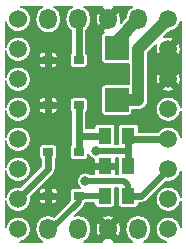
<source format=gbl>
G04 Layer: BottomLayer*
G04 EasyEDA Pro v1.9.29, 2023-03-16 20:55:29*
G04 Gerber Generator version 0.3*
G04 Scale: 100 percent, Rotated: No, Reflected: No*
G04 Dimensions in millimeters*
G04 Leading zeros omitted, absolute positions, 3 integers and 3 decimals*
%FSLAX33Y33*%
%MOMM*%
%AMOval*1,1,$1,$2,$3*1,1,$1,$4,$5*20,1,$1,$2,$3,$4,$5,0*%
%ADD999C,0.2032*%
%ADD10C,0.599999*%
%ADD11C,0.700001*%
%ADD12R,1.132535X1.37701*%
%ADD13R,0.899998X0.699999*%
%ADD14C,1.5*%
%ADD15C,1.524*%
%ADD16Oval,1.5023X0.0X-0.125X0.0X0.125*%
%ADD17Oval,1.5X0.0X-0.125X0.0X0.125*%
%ADD18R,1.999996X1.999996*%
%ADD19C,0.799998*%
%ADD20C,0.899998*%
%ADD21C,0.499999*%
%ADD22C,0.600001*%
%ADD23C,1.000001*%
G75*


G04 Copper Start*
G36*
G01X1439Y204D02*
G03X2349Y1270I-169J1066D01*
G03X1270Y2349I-1079J0D01*
G03X204Y1439I0J-1079D01*
G01Y3641D01*
G03X1270Y2731I1066J169D01*
G03X2349Y3810I0J1079D01*
G03X2335Y3985I-1079J0D01*
G01X4245Y5895D01*
G03X4429Y6340I-445J445D01*
G01Y7174D01*
G03X4579Y7450I-179J276D01*
G01Y8150D01*
G03X4250Y8479I-329J0D01*
G01X3350D01*
G03X3021Y8150I0J-329D01*
G01Y7450D01*
G03X3171Y7174I329J0D01*
G01Y6601D01*
G01X1445Y4875D01*
G03X1270Y4889I-175J-1065D01*
G03X204Y3979I0J-1079D01*
G01Y6181D01*
G03X1270Y5271I1066J169D01*
G03X2349Y6350I0J1079D01*
G03X1270Y7429I-1079J0D01*
G03X204Y6519I0J-1079D01*
G01Y8721D01*
G03X1270Y7811I1066J169D01*
G03X2349Y8890I0J1079D01*
G03X1270Y9969I-1079J0D01*
G03X204Y9059I0J-1079D01*
G01Y11261D01*
G03X1270Y10351I1066J169D01*
G03X2349Y11430I0J1079D01*
G03X1270Y12509I-1079J0D01*
G03X204Y11599I0J-1079D01*
G01Y13801D01*
G03X1270Y12891I1066J169D01*
G03X2349Y13970I0J1079D01*
G03X1270Y15049I-1079J0D01*
G03X204Y14139I0J-1079D01*
G01Y16341D01*
G03X1270Y15431I1066J169D01*
G03X2349Y16510I0J1079D01*
G03X1270Y17589I-1079J0D01*
G03X204Y16679I0J-1079D01*
G01Y18816D01*
G03X1270Y17959I1066J234D01*
G03X2361Y19050I0J1091D01*
G03X1504Y20116I-1091J0D01*
G01X3281D01*
G03X2731Y19175I529J-941D01*
G01Y18925D01*
G03X3810Y17846I1079J0D01*
G03X4889Y18925I0J1079D01*
G01Y19175D01*
G03X4339Y20116I-1079J0D01*
G01X5821D01*
G03X5271Y19175I529J-941D01*
G01Y18925D01*
G03X5771Y18014I1079J0D01*
G01Y16226D01*
G03X5621Y15950I179J-276D01*
G01Y15250D01*
G03X5950Y14921I329J0D01*
G01X6850D01*
G03X7179Y15250I0J329D01*
G01Y15950D01*
G03X7029Y16226I-329J0D01*
G01Y18086D01*
G03X7429Y18925I-679J839D01*
G01Y19175D01*
G03X6879Y20116I-1079J0D01*
G01X8393D01*
G03X7826Y19175I497J-941D01*
G01Y18925D01*
G03X8534Y17922I1064J0D01*
G03X8271Y17600I66J-322D01*
G01Y15600D01*
G03X8600Y15271I329J0D01*
G01X10600D01*
G01X10621D01*
G01Y13529D01*
G01X10600D01*
G01X8600D01*
G03X8271Y13200I0J-329D01*
G01Y11200D01*
G03X8600Y10871I329J0D01*
G01X10600D01*
G03X10929Y11200I0J329D01*
G01Y11371D01*
G01X11435D01*
G01X11450D01*
G03X12279Y12200I0J829D01*
G01Y16187D01*
G01X12972Y16879D01*
G03X12906Y16510I998J-369D01*
G03X13970Y15446I1064J0D01*
G03X15034Y16510I0J1064D01*
G03X13970Y17574I-1064J0D01*
G03X13601Y17508I0J-1064D01*
G01X14068Y17975D01*
G03X15036Y18881I-98J1075D01*
G01Y11599D01*
G03X13970Y12509I-1066J-169D01*
G03X12891Y11430I0J-1079D01*
G03X13970Y10351I1079J0D01*
G03X15036Y11261I0J1079D01*
G01Y9059D01*
G03X13970Y9969I-1066J-169D01*
G03X13093Y9519I0J-1079D01*
G01X11495D01*
G01Y9889D01*
G03X11166Y10218I-329J0D01*
G01X10034D01*
G03X9705Y9889I0J-329D01*
G01Y8511D01*
G01Y8489D01*
G01X9495D01*
G01Y8511D01*
G01Y9889D01*
G03X9166Y10218I-329J0D01*
G01X8034D01*
G03X7705Y9889I0J-329D01*
G01Y9829D01*
G01X7029D01*
G01Y11141D01*
G03X7179Y11417I-179J276D01*
G01Y12117D01*
G03X6850Y12446I-329J0D01*
G01X5950D01*
G03X5621Y12117I0J-329D01*
G01Y11417D01*
G03X5771Y11141I329J0D01*
G01Y9203D01*
G01Y8426D01*
G03X5621Y8150I179J-276D01*
G01Y7450D01*
G03X5950Y7121I329J0D01*
G01X6850D01*
G03X7179Y7450I0J329D01*
G01Y7624D01*
G03X7680Y7201I671J286D01*
G01Y5961D01*
G01Y5949D01*
G01X7393D01*
G03X6950Y6099I-443J-579D01*
G03X6221Y5370I0J-729D01*
G03X6523Y4779I729J0D01*
G01X5950D01*
G03X5621Y4450I0J-329D01*
G01Y3750D01*
G03X5635Y3654I329J0D01*
G01X4325Y2344D01*
G03X3810Y2474I-515J-949D01*
G03X2731Y1395I0J-1079D01*
G01Y1145D01*
G03X3281Y204I1079J0D01*
G01X1439D01*
G37*
%LPC*%
G36*
G01X12906Y13970D02*
G03X13970Y12906I1064J0D01*
G03X15034Y13970I0J1064D01*
G03X13970Y15034I-1064J0D01*
G03X12906Y13970I0J-1064D01*
G37*
G36*
G01X2996Y15250D02*
G03X3350Y14896I354J0D01*
G01X4250D01*
G03X4604Y15250I0J354D01*
G01Y15950D01*
G03X4250Y16304I-354J0D01*
G01X3350D01*
G03X2996Y15950I0J-354D01*
G01Y15250D01*
G37*
G36*
G01X4250Y3396D02*
G03X4604Y3750I0J354D01*
G01Y4450D01*
G03X4250Y4804I-354J0D01*
G01X3350D01*
G03X2996Y4450I0J-354D01*
G01Y3750D01*
G03X3350Y3396I354J0D01*
G01X4250D01*
G37*
G36*
G01X2996Y11417D02*
G03X3350Y11063I354J0D01*
G01X4250D01*
G03X4604Y11417I0J354D01*
G01Y12117D01*
G03X4250Y12471I-354J0D01*
G01X3350D01*
G03X2996Y12117I0J-354D01*
G01Y11417D01*
G37*
%LPD*%
G36*
G01X6879Y204D02*
G03X7429Y1145I-529J941D01*
G01Y1395D01*
G03X6350Y2474I-1079J0D01*
G03X6051Y2432I0J-1079D01*
G01X6809Y3190D01*
G03X6956Y3438I-410J410D01*
G03X7086Y3521I-106J312D01*
G01X7705D01*
G01Y3411D01*
G03X8034Y3082I329J0D01*
G01X9166D01*
G03X9495Y3411I0J329D01*
G01Y4789D01*
G01Y4791D01*
G01X9705D01*
G01Y4789D01*
G01Y3411D01*
G03X10034Y3082I329J0D01*
G01X11166D01*
G03X11495Y3411I0J329D01*
G01Y3471D01*
G01X11700D01*
G03X12145Y3655I0J629D01*
G01X13778Y5288D01*
G03X13970Y5271I192J1062D01*
G03X15036Y6181I0J1079D01*
G01Y3979D01*
G03X13970Y4889I-1066J-169D01*
G03X12891Y3810I0J-1079D01*
G03X13970Y2731I1079J0D01*
G03X15036Y3641I0J1079D01*
G01Y1439D01*
G03X13970Y2349I-1066J-169D01*
G03X12891Y1270I0J-1079D01*
G03X13801Y204I1079J0D01*
G01X11959D01*
G03X12509Y1145I-529J941D01*
G01Y1395D01*
G03X11430Y2474I-1079J0D01*
G03X10351Y1395I0J-1079D01*
G01Y1145D01*
G03X10901Y204I1079J0D01*
G01X9387D01*
G03X9954Y1145I-497J941D01*
G01Y1395D01*
G03X8890Y2459I-1064J0D01*
G03X7826Y1395I0J-1064D01*
G01Y1145D01*
G03X8393Y204I1064J0D01*
G01X6879D01*
G37*
G36*
G01X9936Y18728D02*
G03X9954Y18925I-1046J197D01*
G01Y19175D01*
G03X9387Y20116I-1064J0D01*
G01X10901D01*
G03X10351Y19175I529J-941D01*
G01Y19143D01*
G01X9936Y18728D01*
G37*
G36*
G01X9705Y5961D02*
G01X9705Y5949D01*
G01X9520D01*
G01Y5961D01*
G01Y7331D01*
G01X9705D01*
G01Y5961D01*
G37*
G54D999*
G01X1439Y204D02*
G03X2349Y1270I-169J1066D01*
G03X1270Y2349I-1079J0D01*
G03X204Y1439I0J-1079D01*
G01Y3641D01*
G03X1270Y2731I1066J169D01*
G03X2349Y3810I0J1079D01*
G03X2335Y3985I-1079J0D01*
G01X4245Y5895D01*
G03X4429Y6340I-445J445D01*
G01Y7174D01*
G03X4579Y7450I-179J276D01*
G01Y8150D01*
G03X4250Y8479I-329J0D01*
G01X3350D01*
G03X3021Y8150I0J-329D01*
G01Y7450D01*
G03X3171Y7174I329J0D01*
G01Y6601D01*
G01X1445Y4875D01*
G03X1270Y4889I-175J-1065D01*
G03X204Y3979I0J-1079D01*
G01Y6181D01*
G03X1270Y5271I1066J169D01*
G03X2349Y6350I0J1079D01*
G03X1270Y7429I-1079J0D01*
G03X204Y6519I0J-1079D01*
G01Y8721D01*
G03X1270Y7811I1066J169D01*
G03X2349Y8890I0J1079D01*
G03X1270Y9969I-1079J0D01*
G03X204Y9059I0J-1079D01*
G01Y11261D01*
G03X1270Y10351I1066J169D01*
G03X2349Y11430I0J1079D01*
G03X1270Y12509I-1079J0D01*
G03X204Y11599I0J-1079D01*
G01Y13801D01*
G03X1270Y12891I1066J169D01*
G03X2349Y13970I0J1079D01*
G03X1270Y15049I-1079J0D01*
G03X204Y14139I0J-1079D01*
G01Y16341D01*
G03X1270Y15431I1066J169D01*
G03X2349Y16510I0J1079D01*
G03X1270Y17589I-1079J0D01*
G03X204Y16679I0J-1079D01*
G01Y18816D01*
G03X1270Y17959I1066J234D01*
G03X2361Y19050I0J1091D01*
G03X1504Y20116I-1091J0D01*
G01X3281D01*
G03X2731Y19175I529J-941D01*
G01Y18925D01*
G03X3810Y17846I1079J0D01*
G03X4889Y18925I0J1079D01*
G01Y19175D01*
G03X4339Y20116I-1079J0D01*
G01X5821D01*
G03X5271Y19175I529J-941D01*
G01Y18925D01*
G03X5771Y18014I1079J0D01*
G01Y16226D01*
G03X5621Y15950I179J-276D01*
G01Y15250D01*
G03X5950Y14921I329J0D01*
G01X6850D01*
G03X7179Y15250I0J329D01*
G01Y15950D01*
G03X7029Y16226I-329J0D01*
G01Y18086D01*
G03X7429Y18925I-679J839D01*
G01Y19175D01*
G03X6879Y20116I-1079J0D01*
G01X8393D01*
G03X7826Y19175I497J-941D01*
G01Y18925D01*
G03X8534Y17922I1064J0D01*
G03X8271Y17600I66J-322D01*
G01Y15600D01*
G03X8600Y15271I329J0D01*
G01X10600D01*
G01X10621D01*
G01Y13529D01*
G01X10600D01*
G01X8600D01*
G03X8271Y13200I0J-329D01*
G01Y11200D01*
G03X8600Y10871I329J0D01*
G01X10600D01*
G03X10929Y11200I0J329D01*
G01Y11371D01*
G01X11435D01*
G01X11450D01*
G03X12279Y12200I0J829D01*
G01Y16187D01*
G01X12972Y16879D01*
G03X12906Y16510I998J-369D01*
G03X13970Y15446I1064J0D01*
G03X15034Y16510I0J1064D01*
G03X13970Y17574I-1064J0D01*
G03X13601Y17508I0J-1064D01*
G01X14068Y17975D01*
G03X15036Y18881I-98J1075D01*
G01Y11599D01*
G03X13970Y12509I-1066J-169D01*
G03X12891Y11430I0J-1079D01*
G03X13970Y10351I1079J0D01*
G03X15036Y11261I0J1079D01*
G01Y9059D01*
G03X13970Y9969I-1066J-169D01*
G03X13093Y9519I0J-1079D01*
G01X11495D01*
G01Y9889D01*
G03X11166Y10218I-329J0D01*
G01X10034D01*
G03X9705Y9889I0J-329D01*
G01Y8511D01*
G01Y8489D01*
G01X9495D01*
G01Y8511D01*
G01Y9889D01*
G03X9166Y10218I-329J0D01*
G01X8034D01*
G03X7705Y9889I0J-329D01*
G01Y9829D01*
G01X7029D01*
G01Y11141D01*
G03X7179Y11417I-179J276D01*
G01Y12117D01*
G03X6850Y12446I-329J0D01*
G01X5950D01*
G03X5621Y12117I0J-329D01*
G01Y11417D01*
G03X5771Y11141I329J0D01*
G01Y9203D01*
G01Y8426D01*
G03X5621Y8150I179J-276D01*
G01Y7450D01*
G03X5950Y7121I329J0D01*
G01X6850D01*
G03X7179Y7450I0J329D01*
G01Y7624D01*
G03X7680Y7201I671J286D01*
G01Y5961D01*
G01Y5949D01*
G01X7393D01*
G03X6950Y6099I-443J-579D01*
G03X6221Y5370I0J-729D01*
G03X6523Y4779I729J0D01*
G01X5950D01*
G03X5621Y4450I0J-329D01*
G01Y3750D01*
G03X5635Y3654I329J0D01*
G01X4325Y2344D01*
G03X3810Y2474I-515J-949D01*
G03X2731Y1395I0J-1079D01*
G01Y1145D01*
G03X3281Y204I1079J0D01*
G01X1439D01*
G01X12906Y13970D02*
G03X13970Y12906I1064J0D01*
G03X15034Y13970I0J1064D01*
G03X13970Y15034I-1064J0D01*
G03X12906Y13970I0J-1064D01*
G01X2996Y15250D02*
G03X3350Y14896I354J0D01*
G01X4250D01*
G03X4604Y15250I0J354D01*
G01Y15950D01*
G03X4250Y16304I-354J0D01*
G01X3350D01*
G03X2996Y15950I0J-354D01*
G01Y15250D01*
G01X4250Y3396D02*
G03X4604Y3750I0J354D01*
G01Y4450D01*
G03X4250Y4804I-354J0D01*
G01X3350D01*
G03X2996Y4450I0J-354D01*
G01Y3750D01*
G03X3350Y3396I354J0D01*
G01X4250D01*
G01X2996Y11417D02*
G03X3350Y11063I354J0D01*
G01X4250D01*
G03X4604Y11417I0J354D01*
G01Y12117D01*
G03X4250Y12471I-354J0D01*
G01X3350D01*
G03X2996Y12117I0J-354D01*
G01Y11417D01*
G01X6879Y204D02*
G03X7429Y1145I-529J941D01*
G01Y1395D01*
G03X6350Y2474I-1079J0D01*
G03X6051Y2432I0J-1079D01*
G01X6809Y3190D01*
G03X6956Y3438I-410J410D01*
G03X7086Y3521I-106J312D01*
G01X7705D01*
G01Y3411D01*
G03X8034Y3082I329J0D01*
G01X9166D01*
G03X9495Y3411I0J329D01*
G01Y4789D01*
G01Y4791D01*
G01X9705D01*
G01Y4789D01*
G01Y3411D01*
G03X10034Y3082I329J0D01*
G01X11166D01*
G03X11495Y3411I0J329D01*
G01Y3471D01*
G01X11700D01*
G03X12145Y3655I0J629D01*
G01X13778Y5288D01*
G03X13970Y5271I192J1062D01*
G03X15036Y6181I0J1079D01*
G01Y3979D01*
G03X13970Y4889I-1066J-169D01*
G03X12891Y3810I0J-1079D01*
G03X13970Y2731I1079J0D01*
G03X15036Y3641I0J1079D01*
G01Y1439D01*
G03X13970Y2349I-1066J-169D01*
G03X12891Y1270I0J-1079D01*
G03X13801Y204I1079J0D01*
G01X11959D01*
G03X12509Y1145I-529J941D01*
G01Y1395D01*
G03X11430Y2474I-1079J0D01*
G03X10351Y1395I0J-1079D01*
G01Y1145D01*
G03X10901Y204I1079J0D01*
G01X9387D01*
G03X9954Y1145I-497J941D01*
G01Y1395D01*
G03X8890Y2459I-1064J0D01*
G03X7826Y1395I0J-1064D01*
G01Y1145D01*
G03X8393Y204I1064J0D01*
G01X6879D01*
G01X9936Y18728D02*
G03X9954Y18925I-1046J197D01*
G01Y19175D01*
G03X9387Y20116I-1064J0D01*
G01X10901D01*
G03X10351Y19175I529J-941D01*
G01Y19143D01*
G01X9936Y18728D01*
G01X9705Y5961D02*
G01X9705Y5949D01*
G01X9520D01*
G01Y5961D01*
G01Y7331D01*
G01X9705D01*
G01Y5961D01*
G54D10*
G01X3800Y11767D02*
G01X4505Y11767D01*
G01X3800Y11767D02*
G01X3095Y11767D01*
G01X3800Y11767D02*
G01X3800Y11162D01*
G01X3800Y11767D02*
G01X3800Y12372D01*
G01X8600Y6650D02*
G01X9421Y6650D01*
G01X8600Y6650D02*
G01X7779Y6650D01*
G54D11*
G01X13970Y13970D02*
G01X13288Y14652D01*
G01X13970Y13970D02*
G01X13288Y13288D01*
G01X13970Y13970D02*
G01X14652Y14652D01*
G01X13970Y13970D02*
G01X14652Y13288D01*
G01X13970Y16510D02*
G01X13288Y15828D01*
G01X13970Y16510D02*
G01X14652Y17192D01*
G01X13970Y16510D02*
G01X14652Y15828D01*
G01X8890Y19175D02*
G01X9572Y19857D01*
G01X8890Y18925D02*
G01X8208Y18243D01*
G01X8890Y19175D02*
G01X8208Y19857D01*
G01X8890Y1145D02*
G01X9572Y463D01*
G01X8890Y1395D02*
G01X9572Y2077D01*
G01X8890Y1145D02*
G01X8208Y463D01*
G01X8890Y1395D02*
G01X8208Y2077D01*
G54D10*
G01X3800Y15600D02*
G01X4505Y15600D01*
G01X3800Y15600D02*
G01X3095Y15600D01*
G01X3800Y15600D02*
G01X3800Y14995D01*
G01X3800Y15600D02*
G01X3800Y16205D01*
G01X3800Y4100D02*
G01X4505Y4100D01*
G01X3800Y4100D02*
G01X3095Y4100D01*
G01X3800Y4100D02*
G01X3800Y3495D01*
G01X3800Y4100D02*
G01X3800Y4705D01*
G04 Copper End*

G04 Pad Start*
G54D12*
G01X8600Y6650D03*
G01X10600Y6650D03*
G01X8600Y9200D03*
G01X10600Y9200D03*
G54D13*
G01X3800Y7800D03*
G01X6400Y7800D03*
G01X3800Y15600D03*
G01X6400Y15600D03*
G01X3800Y11767D03*
G01X6400Y11767D03*
G54D12*
G01X8600Y4100D03*
G01X10600Y4100D03*
G54D13*
G01X3800Y4100D03*
G01X6400Y4100D03*
G54D14*
G01X13970Y13970D03*
G01X13970Y16510D03*
G01X13970Y19050D03*
G01X13970Y11430D03*
G01X13970Y8890D03*
G01X13970Y6350D03*
G01X13970Y3810D03*
G01X13970Y1270D03*
G01X1270Y1270D03*
G01X1270Y3810D03*
G01X1270Y6350D03*
G01X1270Y8890D03*
G01X1270Y11430D03*
G01X1270Y13970D03*
G01X1270Y16510D03*
G54D15*
G01X1270Y19050D03*
G54D17*
G01X11430Y19050D03*
G01X8890Y19050D03*
G01X6350Y19050D03*
G01X3810Y19050D03*
G01X11430Y1270D03*
G01X8890Y1270D03*
G01X6350Y1270D03*
G01X3810Y1270D03*
G54D18*
G01X9600Y12200D03*
G01X9600Y16600D03*
G04 Pad End*

G04 Via Start*
G54D19*
G01X6950Y5370D03*
G01X7850Y7910D03*
G54D20*
G01X11450Y12200D03*
G04 Via End*

G04 Track Start*
G54D21*
G01X6950Y5370D02*
G01X10230Y5370D01*
G01X10600Y5000D01*
G01Y4100D01*
G54D22*
G01X3800Y11767D02*
G01X3800Y15600D01*
G01X8600Y9200D02*
G01X6403Y9200D01*
G01X6400Y9203D01*
G01X6400Y7800D02*
G01X6400Y9203D01*
G01Y11767D01*
G01X10910Y8890D02*
G01X13970Y8890D01*
G01X13950Y6350D02*
G01X13970Y6350D01*
G01X11700Y4100D02*
G01X13950Y6350D01*
G01X10600Y4100D02*
G01X11700Y4100D01*
G54D21*
G01X6400Y4100D02*
G01X8600Y4100D01*
G54D22*
G01X3800Y9900D02*
G01X3800Y11767D01*
G01X3800Y4100D02*
G01X3800Y4900D01*
G01X5100Y6200D01*
G01Y8600D01*
G01X3800Y9900D01*
G01X3800Y6340D02*
G01X3800Y7800D01*
G01X1270Y3810D02*
G01X3800Y6340D01*
G54D23*
G01X11450Y12200D02*
G01X9600Y12200D01*
G01X9600Y16600D02*
G01X9600Y17220D01*
G01X11430Y19050D01*
G54D22*
G01X10910Y8890D02*
G01X10600Y9200D01*
G01X6400Y15600D02*
G01X6400Y19000D01*
G01X6350Y19050D01*
G54D23*
G01X13970Y19050D02*
G01X11450Y16530D01*
G01Y12200D01*
G54D22*
G01X8600Y6650D02*
G01X5550Y6650D01*
G01X5100Y6200D01*
G54D21*
G01X7850Y7910D02*
G01X10590Y7910D01*
G54D22*
G01X10600Y9200D02*
G01X10600Y7900D01*
G01Y6650D01*
G54D21*
G01X10590Y7910D02*
G01X10600Y7900D01*
G01X6400Y4100D02*
G01X6400Y3600D01*
G01X4070Y1270D01*
G01X3810D01*
G54D23*
G01X13970Y16510D02*
G01X13970Y13970D01*
G04 Track End*

M02*

</source>
